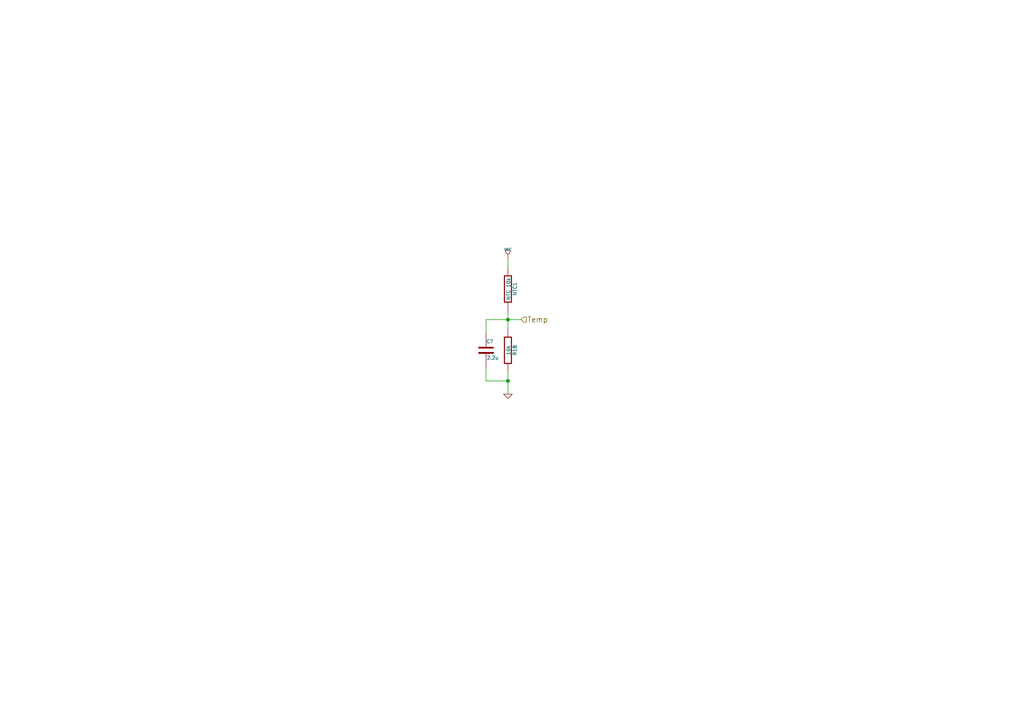
<source format=kicad_sch>
(kicad_sch (version 20230121) (generator eeschema)
  (paper "A4")
  (title_block (title "Cheap FOCer 2") (date "2020-04-08") (rev "0.9") (company "Shaman Systems") (comment 1 "Root") (comment 4 "Top level"))
  (lib_symbols
    (symbol "BLDC_4-rescue:C-RESCUE-BLDC_4" (pin_numbers hide) (pin_names (offset 0.254))
      (property "Reference" "C" (at 0 2.54 0))
      (property "Value" "C-RESCUE-BLDC_4" (at 0.1524 -2.159 0))
      (symbol "C-RESCUE-BLDC_4_0_1"
        (polyline (pts (xy -2.032 -0.762) (xy 2.032 -0.762)) (stroke (width 0.508)))
        (polyline (pts (xy -2.032 0.762) (xy 2.032 0.762)) (stroke (width 0.508)))
      )
      (symbol "C-RESCUE-BLDC_4_1_1"
        (pin passive line (at 0 5.08 270) (length 4.318) (name "~") (number "1"))
        (pin passive line (at 0 -5.08 90) (length 4.318) (name "~") (number "2"))
      )
    )
    (symbol "BLDC_4-rescue:GND-RESCUE-BLDC_4" (power) (pin_names (offset 0))
      (symbol "GND-RESCUE-BLDC_4_0_1"
        (polyline (pts (xy -1.27 0) (xy 0 -1.27) (xy 1.27 0) (xy -1.27 0)))
      )
      (symbol "GND-RESCUE-BLDC_4_1_1"
        (pin power_in line (at 0 0 90) (length 0) hide (name "GND") (number "1"))
      )
    )
    (symbol "BLDC_4-rescue:R-RESCUE-BLDC_4" (pin_numbers hide) (pin_names (offset 0))
      (property "Reference" "R" (at 2.032 0 90))
      (property "Value" "R-RESCUE-BLDC_4" (at 0.1778 0.0254 90))
      (symbol "R-RESCUE-BLDC_4_0_1"
        (rectangle (start -1.016 3.81) (end 1.016 -3.81) (stroke (width 0.3048)))
      )
      (symbol "R-RESCUE-BLDC_4_1_1"
        (pin passive line (at 0 6.35 270) (length 2.54) (name "~") (number "1"))
        (pin passive line (at 0 -6.35 90) (length 2.54) (name "~") (number "2"))
      )
    )
    (symbol "BLDC_4-rescue:VCC" (power) (pin_names (offset 0))
      (property "Value" "VCC" (at 0 3.81 0))
      (symbol "VCC_0_1"
        (polyline (pts (xy 0 0) (xy 0 1.27)))
        (circle (center 0 1.905) (radius 0.635))
      )
      (symbol "VCC_1_1"
        (pin power_in line (at 0 0 90) (length 0) hide (name "VCC") (number "1"))
      )
    )
  )
  (junction (at 147.32 92.71))
  (junction (at 147.32 110.49))
  (wire (pts (xy 140.97 92.71) (xy 147.32 92.71)))
  (wire (pts (xy 140.97 110.49) (xy 147.32 110.49)))
  (wire (pts (xy 140.97 106.68) (xy 140.97 110.49)))
  (wire (pts (xy 147.32 92.71) (xy 147.32 95.25)))
  (wire (pts (xy 147.32 74.93) (xy 147.32 77.47)))
  (wire (pts (xy 147.32 92.71) (xy 151.13 92.71)))
  (wire (pts (xy 140.97 92.71) (xy 140.97 96.52)))
  (wire (pts (xy 147.32 107.95) (xy 147.32 110.49)))
  (wire (pts (xy 147.32 110.49) (xy 147.32 114.3)))
  (wire (pts (xy 147.32 90.17) (xy 147.32 92.71)))
  (hierarchical_label "Temp" (shape input) (at 151.13 92.71 0) (effects (font (size 1.524 1.524))))
  (symbol (lib_id "BLDC_4-rescue:R-RESCUE-BLDC_4") (at 147.32 83.82 0) (unit 1)
    (property "Reference" "NTC1" (at 149.352 83.82 90) (effects (font (size 1.016 1.016))))
    (property "Value" "NTC 10k" (at 147.4978 83.7946 90) (effects (font (size 1.016 1.016))))
    (property "Footprint" "Resistor_SMD:R_0603_1608Metric" (effects hide))
    (property "LCSC Part#" "C76589" (effects hide))
    (property "LSCS Part #" "C76589" (effects hide))
    (property "LCSC Part #" "C76589" (effects hide))
  )
  (symbol (lib_id "BLDC_4-rescue:R-RESCUE-BLDC_4") (at 147.32 101.6 0) (unit 1)
    (property "Reference" "R18" (at 149.352 101.6 90) (effects (font (size 1.016 1.016))))
    (property "Value" "10k" (at 147.4978 101.5746 90) (effects (font (size 1.016 1.016))))
    (property "Footprint" "Resistor_SMD:R_0603_1608Metric" (effects hide))
    (property "LCSC Part#" "C25804" (effects hide))
    (property "LSCS Part #" "C25804" (effects hide))
    (property "LCSC Part #" "C25804" (effects hide))
  )
  (symbol (lib_id "BLDC_4-rescue:C-RESCUE-BLDC_4") (at 140.97 101.6 0) (unit 1)
    (property "Reference" "C7" (at 140.97 99.06 0) (effects (font (size 1.016 1.016)) (justify left)))
    (property "Value" "2.2u" (at 141.1224 103.759 0) (effects (font (size 1.016 1.016)) (justify left)))
    (property "Footprint" "Capacitor_SMD:C_0603_1608Metric" (effects hide))
    (property "LCSC Part#" "C23630" (effects hide))
    (property "LSCS Part #" "C23630" (effects hide))
    (property "LCSC Part #" "C23630" (effects hide))
  )
  (symbol (lib_id "BLDC_4-rescue:VCC") (at 147.32 74.93 0) (unit 1)
    (property "Reference" "#PWR031" (effects hide))
    (property "Value" "VCC" (at 147.32 72.39 0) (effects (font (size 0.762 0.762))))
  )
  (symbol (lib_id "BLDC_4-rescue:GND-RESCUE-BLDC_4") (at 147.32 114.3 0) (unit 1)
    (property "Reference" "#PWR032" (effects hide))
    (property "Value" "GND" (effects hide))
  )
)
</source>
